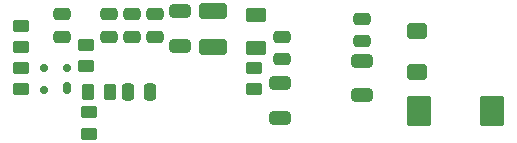
<source format=gbr>
%TF.GenerationSoftware,KiCad,Pcbnew,9.0.5*%
%TF.CreationDate,2025-10-22T19:19:06+02:00*%
%TF.ProjectId,Sonda Fetprobe,536f6e64-6120-4466-9574-70726f62652e,rev?*%
%TF.SameCoordinates,Original*%
%TF.FileFunction,Paste,Top*%
%TF.FilePolarity,Positive*%
%FSLAX46Y46*%
G04 Gerber Fmt 4.6, Leading zero omitted, Abs format (unit mm)*
G04 Created by KiCad (PCBNEW 9.0.5) date 2025-10-22 19:19:06*
%MOMM*%
%LPD*%
G01*
G04 APERTURE LIST*
G04 Aperture macros list*
%AMRoundRect*
0 Rectangle with rounded corners*
0 $1 Rounding radius*
0 $2 $3 $4 $5 $6 $7 $8 $9 X,Y pos of 4 corners*
0 Add a 4 corners polygon primitive as box body*
4,1,4,$2,$3,$4,$5,$6,$7,$8,$9,$2,$3,0*
0 Add four circle primitives for the rounded corners*
1,1,$1+$1,$2,$3*
1,1,$1+$1,$4,$5*
1,1,$1+$1,$6,$7*
1,1,$1+$1,$8,$9*
0 Add four rect primitives between the rounded corners*
20,1,$1+$1,$2,$3,$4,$5,0*
20,1,$1+$1,$4,$5,$6,$7,0*
20,1,$1+$1,$6,$7,$8,$9,0*
20,1,$1+$1,$8,$9,$2,$3,0*%
G04 Aperture macros list end*
%ADD10RoundRect,0.250000X-0.450000X0.262500X-0.450000X-0.262500X0.450000X-0.262500X0.450000X0.262500X0*%
%ADD11RoundRect,0.250000X0.475000X-0.250000X0.475000X0.250000X-0.475000X0.250000X-0.475000X-0.250000X0*%
%ADD12RoundRect,0.250000X0.925000X-0.412500X0.925000X0.412500X-0.925000X0.412500X-0.925000X-0.412500X0*%
%ADD13RoundRect,0.250000X-0.650000X0.325000X-0.650000X-0.325000X0.650000X-0.325000X0.650000X0.325000X0*%
%ADD14RoundRect,0.250000X-0.625000X0.375000X-0.625000X-0.375000X0.625000X-0.375000X0.625000X0.375000X0*%
%ADD15RoundRect,0.250000X0.450000X-0.262500X0.450000X0.262500X-0.450000X0.262500X-0.450000X-0.262500X0*%
%ADD16RoundRect,0.175000X0.175000X0.325000X-0.175000X0.325000X-0.175000X-0.325000X0.175000X-0.325000X0*%
%ADD17RoundRect,0.150000X0.200000X0.150000X-0.200000X0.150000X-0.200000X-0.150000X0.200000X-0.150000X0*%
%ADD18RoundRect,0.250000X-0.262500X-0.450000X0.262500X-0.450000X0.262500X0.450000X-0.262500X0.450000X0*%
%ADD19RoundRect,0.250000X0.600000X-0.400000X0.600000X0.400000X-0.600000X0.400000X-0.600000X-0.400000X0*%
%ADD20RoundRect,0.250000X-0.787500X-1.025000X0.787500X-1.025000X0.787500X1.025000X-0.787500X1.025000X0*%
%ADD21RoundRect,0.250000X-0.250000X-0.475000X0.250000X-0.475000X0.250000X0.475000X-0.250000X0.475000X0*%
%ADD22RoundRect,0.250000X0.650000X-0.325000X0.650000X0.325000X-0.650000X0.325000X-0.650000X-0.325000X0*%
G04 APERTURE END LIST*
D10*
%TO.C,R2*%
X128700000Y-86887500D03*
X128700000Y-88712500D03*
%TD*%
D11*
%TO.C,C13*%
X138120000Y-84270000D03*
X138120000Y-82370000D03*
%TD*%
D12*
%TO.C,C15*%
X145030000Y-85167500D03*
X145030000Y-82092500D03*
%TD*%
D13*
%TO.C,C10*%
X157630000Y-86275000D03*
X157630000Y-89225000D03*
%TD*%
D11*
%TO.C,C5*%
X140080000Y-84270000D03*
X140080000Y-82370000D03*
%TD*%
%TO.C,C6*%
X136150000Y-84260000D03*
X136150000Y-82360000D03*
%TD*%
%TO.C,C9*%
X157600000Y-84650000D03*
X157600000Y-82750000D03*
%TD*%
D14*
%TO.C,D1*%
X148600000Y-82400000D03*
X148600000Y-85200000D03*
%TD*%
D15*
%TO.C,R5*%
X148500000Y-88712500D03*
X148500000Y-86887500D03*
%TD*%
D11*
%TO.C,C2*%
X132200000Y-84250000D03*
X132200000Y-82350000D03*
%TD*%
D10*
%TO.C,R1*%
X128740000Y-83317500D03*
X128740000Y-85142500D03*
%TD*%
%TO.C,R3*%
X134220000Y-84947500D03*
X134220000Y-86772500D03*
%TD*%
D16*
%TO.C,Q1*%
X132651250Y-88600000D03*
D17*
X132651250Y-86900000D03*
X130651250Y-86900000D03*
X130651250Y-88800000D03*
%TD*%
D11*
%TO.C,C12*%
X150800000Y-86150000D03*
X150800000Y-84250000D03*
%TD*%
D18*
%TO.C,R6*%
X134427500Y-88900000D03*
X136252500Y-88900000D03*
%TD*%
D19*
%TO.C,D2*%
X162300000Y-87250000D03*
X162300000Y-83750000D03*
%TD*%
D20*
%TO.C,C14*%
X162407500Y-90550000D03*
X168632500Y-90550000D03*
%TD*%
D21*
%TO.C,C8*%
X137780000Y-88920000D03*
X139680000Y-88920000D03*
%TD*%
D22*
%TO.C,C11*%
X142210000Y-85045000D03*
X142210000Y-82095000D03*
%TD*%
D13*
%TO.C,C7*%
X150700000Y-88165000D03*
X150700000Y-91115000D03*
%TD*%
D10*
%TO.C,R4*%
X134530000Y-90627500D03*
X134530000Y-92452500D03*
%TD*%
M02*

</source>
